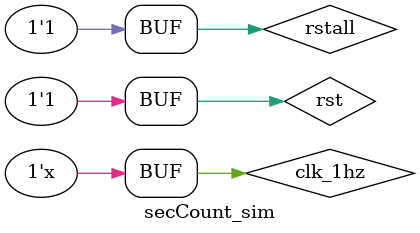
<source format=v>
`timescale 1ns / 1ps


module secCount_sim(

    );
    
    reg clk_1hz, rst,rstall;
    wire clkout;
    wire[3:0] secL;
    wire[3:0] secH;
    
    secondconter sc(clk_1hz, rst, rstall, clkout, secL, secH);
    
    always #50 clk_1hz = ~clk_1hz;
    
    initial begin
        rstall = 0;
        clk_1hz = 0;
        rst = 0;
        #100 rstall = 1;
        #100 rst = 1;
    end
endmodule

</source>
